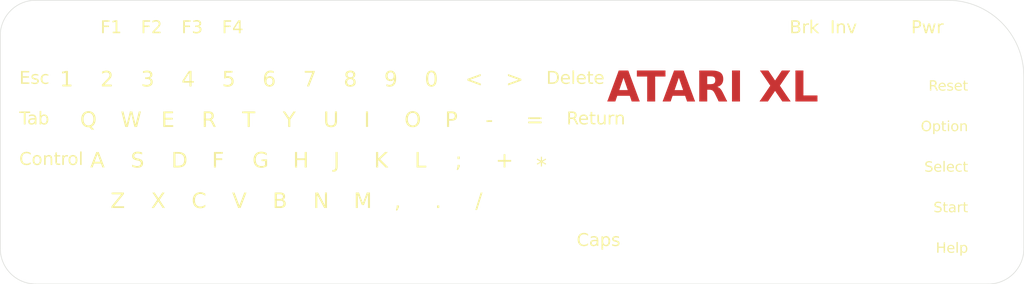
<source format=kicad_pcb>
(kicad_pcb (version 20241229) (generator "pcbnew") (generator_version "9.0")
  (layers (0 "F.Cu" signal) (2 "B.Cu" signal) (13 "F.Paste" user) (15 "B.Paste" user) (5 "F.SilkS" user "F.Silkscreen") (7 "B.SilkS" user "B.Silkscreen") (1 "F.Mask" user) (3 "B.Mask" user) (25 "Edge.Cuts" user))
  (net 0 "")
  (footprint "MountingHole:MountingHole_3mm" (layer "F.Cu") (at 56.724998 52.724999)
    (property "Reference" "REF**" (hide yes))
    (property "Value" "MountingHole_3mm" (hide yes))
    (pad "" np_thru_hole circle (at 0 0) (size 3 3) (drill 3) (layers "*.Cu" "*.Mask"))
  )
  (footprint "MountingHole:MountingHole_3mm" (layer "F.Cu") (at 145.724998 52.724999)
    (property "Reference" "REF**" (hide yes))
    (property "Value" "MountingHole_3mm" (hide yes))
    (pad "" np_thru_hole circle (at 0 0) (size 3 3) (drill 3) (layers "*.Cu" "*.Mask"))
  )
  (footprint "MountingHole:MountingHole_3mm" (layer "F.Cu") (at 113.724998 69.724999)
    (property "Reference" "REF**" (hide yes))
    (property "Value" "MountingHole_3mm" (hide yes))
    (pad "" np_thru_hole circle (at 0 0) (size 3 3) (drill 3) (layers "*.Cu" "*.Mask"))
  )
  (gr_arc (start 49.223525 52.728029) (mid 50.247579 50.251196) (end 52.723525 49.224998) (stroke (width 0.05)) (layer "Edge.Cuts"))
  (gr_arc (start 150.226195 73.721601) (mid 149.201141 76.196898) (end 146.726195 77.222798) (stroke (width 0.05)) (layer "Edge.Cuts"))
  (gr_line (start 150.226195 73.721601) (end 150.226195 56.728029) (stroke (width 0.05) (color 241 243 245 1)) (layer "Edge.Cuts"))
  (gr_line (start 142.726195 49.22803) (end 52.723525 49.22803) (stroke (width 0.05) (color 241 243 245 1)) (layer "Edge.Cuts"))
  (gr_line (start 49.223525 52.728029) (end 49.223525 73.721601) (stroke (width 0.05) (color 241 243 245 1)) (layer "Edge.Cuts"))
  (gr_arc (start 52.723525 77.221601) (mid 50.249854 76.196269) (end 49.226925 73.721604) (stroke (width 0.05)) (layer "Edge.Cuts"))
  (gr_arc (start 142.726195 49.22803) (mid 148.027649 51.425335) (end 150.221966 56.728027) (stroke (width 0.05)) (layer "Edge.Cuts"))
  (gr_line (start 52.723525 77.221601) (end 146.726195 77.221601) (stroke (width 0.05) (color 241 243 245 1)) (layer "Edge.Cuts"))
  (gr_text "ATARI XL" (at 129.974998 59.724999 0) (layer "F.Cu") (effects (font (size 3 3) (thickness 0.3) (bold yes)) (justify right bottom)))
  (gr_text "Start" (at 144.724998 69.724999 0) (layer "F.SilkS") (effects (font (size 1 1)) (justify right)))
  (gr_text "F4" (at 71.099998 51.224999 0) (layer "F.SilkS") (effects (font (size 1.25 1.25)) (justify left top)))
  (gr_text "3" (at 63.099998 56.224999 0) (layer "F.SilkS") (effects (font (size 1.5 1.5)) (justify left top)))
  (gr_text "," (at 88.099998 68.224999 0) (layer "F.SilkS") (effects (font (size 1.5 1.5)) (justify left top)))
  (gr_text "-" (at 97.099998 60.224999 0) (layer "F.SilkS") (effects (font (size 1.5 1.5)) (justify left top)))
  (gr_text "G" (at 74.099998 64.224999 0) (layer "F.SilkS") (effects (font (size 1.5 1.5)) (justify left top)))
  (gr_text "I" (at 85.099998 60.224999 0) (layer "F.SilkS") (effects (font (size 1.5 1.5)) (justify left top)))
  (gr_text "Help" (at 144.724998 73.724999 0) (layer "F.SilkS") (effects (font (size 1 1)) (justify right)))
  (gr_text "/" (at 96.099998 68.224999 0) (layer "F.SilkS") (effects (font (size 1.5 1.5)) (justify left top)))
  (gr_text "Delete" (at 103.099998 56.224999 0) (layer "F.SilkS") (effects (font (size 1.25 1.25)) (justify left top)))
  (gr_text ";" (at 94.099998 64.224999 0) (layer "F.SilkS") (effects (font (size 1.5 1.5)) (justify left top)))
  (gr_text "Brk" (at 127.099998 51.224999 0) (layer "F.SilkS") (effects (font (size 1.25 1.25)) (justify left top)))
  (gr_text "Esc" (at 51.099998 56.224999 0) (layer "F.SilkS") (effects (font (size 1.25 1.25)) (justify left top)))
  (gr_text "Control" (at 51.099998 64.224999 0) (layer "F.SilkS") (effects (font (size 1.25 1.25)) (justify left top)))
  (gr_text "X" (at 64.099998 68.224999 0) (layer "F.SilkS") (effects (font (size 1.5 1.5)) (justify left top)))
  (gr_text "Reset" (at 144.724998 57.724999 0) (layer "F.SilkS") (effects (font (size 1 1)) (justify right)))
  (gr_text "1" (at 55.099998 56.224999 0) (layer "F.SilkS") (effects (font (size 1.5 1.5)) (justify left top)))
  (gr_text "Q" (at 57.099998 60.224999 0) (layer "F.SilkS") (effects (font (size 1.5 1.5)) (justify left top)))
  (gr_text "Caps" (at 106.099998 72.224999 0) (layer "F.SilkS") (effects (font (size 1.25 1.25)) (justify left top)))
  (gr_text ">" (at 99.099998 56.224999 0) (layer "F.SilkS") (effects (font (size 1.5 1.5)) (justify left top)))
  (gr_text "Option" (at 144.724998 61.724999 0) (layer "F.SilkS") (effects (font (size 1 1)) (justify right)))
  (gr_text "U" (at 81.099998 60.224999 0) (layer "F.SilkS") (effects (font (size 1.5 1.5)) (justify left top)))
  (gr_text "8" (at 83.099998 56.224999 0) (layer "F.SilkS") (effects (font (size 1.5 1.5)) (justify left top)))
  (gr_text "M" (at 84.099998 68.224999 0) (layer "F.SilkS") (effects (font (size 1.5 1.5)) (justify left top)))
  (gr_text "Z" (at 60.099998 68.224999 0) (layer "F.SilkS") (effects (font (size 1.5 1.5)) (justify left top)))
  (gr_text "." (at 92.099998 68.224999 0) (layer "F.SilkS") (effects (font (size 1.5 1.5)) (justify left top)))
  (gr_text "K" (at 86.099998 64.224999 0) (layer "F.SilkS") (effects (font (size 1.5 1.5)) (justify left top)))
  (gr_text "Tab" (at 51.099998 60.224999 0) (layer "F.SilkS") (effects (font (size 1.25 1.25)) (justify left top)))
  (gr_text "Return" (at 105.099998 60.224999 0) (layer "F.SilkS") (effects (font (size 1.25 1.25)) (justify left top)))
  (gr_text "5" (at 71.099998 56.224999 0) (layer "F.SilkS") (effects (font (size 1.5 1.5)) (justify left top)))
  (gr_text "Y" (at 77.099998 60.224999 0) (layer "F.SilkS") (effects (font (size 1.5 1.5)) (justify left top)))
  (gr_text "F3" (at 67.099998 51.224999 0) (layer "F.SilkS") (effects (font (size 1.25 1.25)) (justify left top)))
  (gr_text "9" (at 87.099998 56.224999 0) (layer "F.SilkS") (effects (font (size 1.5 1.5)) (justify left top)))
  (gr_text "F2" (at 63.099998 51.224999 0) (layer "F.SilkS") (effects (font (size 1.25 1.25)) (justify left top)))
  (gr_text "Pwr" (at 139.099998 51.224999 0) (layer "F.SilkS") (effects (font (size 1.25 1.25)) (justify left top)))
  (gr_text "R" (at 69.099998 60.224999 0) (layer "F.SilkS") (effects (font (size 1.5 1.5)) (justify left top)))
  (gr_text "4" (at 67.099998 56.224999 0) (layer "F.SilkS") (effects (font (size 1.5 1.5)) (justify left top)))
  (gr_text "H" (at 78.099998 64.224999 0) (layer "F.SilkS") (effects (font (size 1.5 1.5)) (justify left top)))
  (gr_text "7" (at 79.099998 56.224999 0) (layer "F.SilkS") (effects (font (size 1.5 1.5)) (justify left top)))
  (gr_text "W" (at 61.099998 60.224999 0) (layer "F.SilkS") (effects (font (size 1.5 1.5)) (justify left top)))
  (gr_text "0" (at 91.099998 56.224999 0) (layer "F.SilkS") (effects (font (size 1.5 1.5)) (justify left top)))
  (gr_text "2" (at 59.099998 56.224999 0) (layer "F.SilkS") (effects (font (size 1.5 1.5)) (justify left top)))
  (gr_text "S" (at 62.099998 64.224999 0) (layer "F.SilkS") (effects (font (size 1.5 1.5)) (justify left top)))
  (gr_text "O" (at 89.099998 60.224999 0) (layer "F.SilkS") (effects (font (size 1.5 1.5)) (justify left top)))
  (gr_text "F" (at 70.099998 64.224999 0) (layer "F.SilkS") (effects (font (size 1.5 1.5)) (justify left top)))
  (gr_text "6" (at 75.099998 56.224999 0) (layer "F.SilkS") (effects (font (size 1.5 1.5)) (justify left top)))
  (gr_text "+" (at 98.099998 64.224999 0) (layer "F.SilkS") (effects (font (size 1.5 1.5)) (justify left top)))
  (gr_text "V" (at 72.099998 68.224999 0) (layer "F.SilkS") (effects (font (size 1.5 1.5)) (justify left top)))
  (gr_text "Inv" (at 131.099998 51.224999 0) (layer "F.SilkS") (effects (font (size 1.25 1.25)) (justify left top)))
  (gr_text "*" (at 102.099998 64.724999 0) (layer "F.SilkS") (effects (font (size 1.5 1.5)) (justify left top)))
  (gr_text "Select" (at 144.724998 65.724999 0) (layer "F.SilkS") (effects (font (size 1 1)) (justify right)))
  (gr_text "T" (at 73.099998 60.224999 0) (layer "F.SilkS") (effects (font (size 1.5 1.5)) (justify left top)))
  (gr_text "D" (at 66.099998 64.224999 0) (layer "F.SilkS") (effects (font (size 1.5 1.5)) (justify left top)))
  (gr_text "J" (at 82.099998 64.224999 0) (layer "F.SilkS") (effects (font (size 1.5 1.5)) (justify left top)))
  (gr_text "F1" (at 59.099998 51.224999 0) (layer "F.SilkS") (effects (font (size 1.25 1.25)) (justify left top)))
  (gr_text "P" (at 93.099998 60.224999 0) (layer "F.SilkS") (effects (font (size 1.5 1.5)) (justify left top)))
  (gr_text "E" (at 65.099998 60.224999 0) (layer "F.SilkS") (effects (font (size 1.5 1.5)) (justify left top)))
  (gr_text "A" (at 58.099998 64.224999 0) (layer "F.SilkS") (effects (font (size 1.5 1.5)) (justify left top)))
  (gr_text "L" (at 90.099998 64.224999 0) (layer "F.SilkS") (effects (font (size 1.5 1.5)) (justify left top)))
  (gr_text "C" (at 68.099998 68.224999 0) (layer "F.SilkS") (effects (font (size 1.5 1.5)) (justify left top)))
  (gr_text "=" (at 101.099998 60.224999 0) (layer "F.SilkS") (effects (font (size 1.5 1.5)) (justify left top)))
  (gr_text "B" (at 76.099998 68.224999 0) (layer "F.SilkS") (effects (font (size 1.5 1.5)) (justify left top)))
  (gr_text "<" (at 95.099998 56.224999 0) (layer "F.SilkS") (effects (font (size 1.5 1.5)) (justify left top)))
  (gr_text "N" (at 80.099998 68.224999 0) (layer "F.SilkS") (effects (font (size 1.5 1.5)) (justify left top)))
)
</source>
